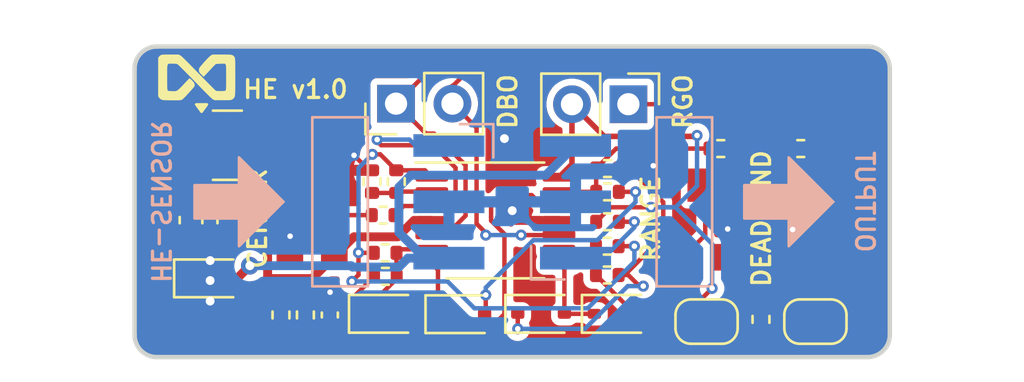
<source format=kicad_pcb>
(kicad_pcb (version 20241229) (generator "pcbnew") (generator_version "9.0")
  (layers (0 "F.Cu" signal) (2 "B.Cu" signal) (13 "F.Paste" user) (15 "B.Paste" user) (5 "F.SilkS" user "F.Silkscreen") (7 "B.SilkS" user "B.Silkscreen") (1 "F.Mask" user) (3 "B.Mask" user) (25 "Edge.Cuts" user))
  (net 0 "")
  (net 1 "Net-(D1-K)")
  (net 2 "GND")
  (net 3 "5v")
  (net 4 "/VREF")
  (net 5 "V+")
  (net 6 "OUT")
  (net 7 "Net-(D2-K)")
  (net 8 "/PR")
  (net 9 "Net-(D3-K)")
  (net 10 "/NR")
  (net 11 "Net-(D4-A)")
  (net 12 "Net-(D5-A)")
  (net 13 "HE_SENSOR")
  (net 14 "/DHI")
  (net 15 "/DLO")
  (net 16 "/RO1")
  (net 17 "/RO2")
  (net 18 "Net-(U3A--)")
  (net 19 "/PRE")
  (net 20 "Net-(R6-Pad1)")
  (net 21 "Net-(U3D--)")
  (net 22 "Net-(JP1-B)")
  (net 23 "Net-(JP2-B)")
  (footprint "Resistor_SMD:R_0402_1005Metric" (layer "F.Cu") (at 142.69 151.1 -90)
    (property "Reference" "R16" (hide yes))
    (property "Value" "10K")
    (pad "1" smd roundrect (at -0.51 0 270) (size 0.54 0.64) (layers "F.Cu" "F.Mask" "F.Paste") (net 2 "GND"))
    (pad "2" smd roundrect (at 0.51 0 270) (size 0.54 0.64) (layers "F.Cu" "F.Mask" "F.Paste") (net 4 "/VREF"))
  )
  (footprint "Jumper:SolderJumper-2_P1.3mm_Bridged_RoundedPad1.0x1.5mm" (layer "F.Cu") (at 165.65 151.4)
    (property "Reference" "JP1" (hide yes))
    (property "Value" "SolderJumper_2_Bridged")
    (fp_poly (pts (xy 0.25 -0.3) (xy -0.25 -0.3) (xy -0.25 0.3) (xy 0.25 0.3)) (fill yes) (layer "F.Cu"))
    (pad "1" smd custom (at -0.65 0) (size 1 0.5) (layers "F.Cu" "F.Mask") (net 15 "/DLO") (options (clearance outline) (anchor rect)) (primitives (gr_circle (center 0 0.25) (end 0.5 0.25) (width 0) (fill yes)) (gr_circle (center 0 -0.25) (end 0.5 -0.25) (width 0) (fill yes)) (gr_poly (pts (xy 0.5 0.75) (xy 0 0.75) (xy 0 -0.75) (xy 0.5 -0.75)) (width 0) (fill yes))))
    (pad "2" smd custom (at 0.65 0) (size 1 0.5) (layers "F.Cu" "F.Mask") (net 22 "Net-(JP1-B)") (options (clearance outline) (anchor rect)) (primitives (gr_circle (center 0 0.25) (end 0.5 0.25) (width 0) (fill yes)) (gr_circle (center 0 -0.25) (end 0.5 -0.25) (width 0) (fill yes)) (gr_poly (pts (xy 0 0.75) (xy -0.5 0.75) (xy -0.5 -0.75) (xy 0 -0.75)) (width 0) (fill yes))))
  )
  (footprint "Resistor_SMD:R_0402_1005Metric" (layer "F.Cu") (at 156.29 144.5 180)
    (property "Reference" "R13" (hide yes))
    (property "Value" "10K")
    (pad "1" smd roundrect (at -0.51 0 180) (size 0.54 0.64) (layers "F.Cu" "F.Mask" "F.Paste") (net 10 "/NR"))
    (pad "2" smd roundrect (at 0.51 0 180) (size 0.54 0.64) (layers "F.Cu" "F.Mask" "F.Paste") (net 21 "Net-(U3D--)"))
  )
  (footprint "Resistor_SMD:R_0402_1005Metric" (layer "F.Cu") (at 156.28 149.3)
    (property "Reference" "R11" (hide yes))
    (property "Value" "10K")
    (pad "1" smd roundrect (at -0.51 0) (size 0.54 0.64) (layers "F.Cu" "F.Mask" "F.Paste") (net 12 "Net-(D5-A)"))
    (pad "2" smd roundrect (at 0.51 0) (size 0.54 0.64) (layers "F.Cu" "F.Mask" "F.Paste") (net 10 "/NR"))
  )
  (footprint "Capacitor_SMD:C_0402_1005Metric" (layer "F.Cu") (at 143.79 151.1 90)
    (property "Reference" "C1" (hide yes))
    (property "Value" "100nF")
    (pad "1" smd roundrect (at -0.48 0 90) (size 0.56 0.62) (layers "F.Cu" "F.Mask" "F.Paste") (net 4 "/VREF"))
    (pad "2" smd roundrect (at 0.48 0 90) (size 0.56 0.62) (layers "F.Cu" "F.Mask" "F.Paste") (net 2 "GND"))
  )
  (footprint "Resistor_SMD:R_0402_1005Metric" (layer "F.Cu") (at 163.2 151.3 90)
    (property "Reference" "R9" (hide yes))
    (property "Value" "100K")
    (pad "1" smd roundrect (at -0.51 0 90) (size 0.54 0.64) (layers "F.Cu" "F.Mask" "F.Paste") (net 2 "GND"))
    (pad "2" smd roundrect (at 0.51 0 90) (size 0.54 0.64) (layers "F.Cu" "F.Mask" "F.Paste") (net 15 "/DLO"))
  )
  (footprint "Resistor_SMD:R_0402_1005Metric" (layer "F.Cu") (at 146.19 146.6)
    (property "Reference" "R6" (hide yes))
    (property "Value" "47K")
    (pad "1" smd roundrect (at -0.51 0) (size 0.54 0.64) (layers "F.Cu" "F.Mask" "F.Paste") (net 20 "Net-(R6-Pad1)"))
    (pad "2" smd roundrect (at 0.51 0) (size 0.54 0.64) (layers "F.Cu" "F.Mask" "F.Paste") (net 13 "HE_SENSOR"))
  )
  (footprint "Diode_SMD:D_SOD-323" (layer "F.Cu") (at 156.75 151.05)
    (property "Reference" "D5" (hide yes))
    (property "Value" "1N4148WS")
    (pad "1" smd roundrect (at -1.05 0) (size 0.6 0.45) (layers "F.Cu" "F.Mask" "F.Paste") (net 11 "Net-(D4-A)"))
    (pad "2" smd roundrect (at 1.05 0) (size 0.6 0.45) (layers "F.Cu" "F.Mask" "F.Paste") (net 12 "Net-(D5-A)"))
  )
  (footprint "Resistor_SMD:R_0402_1005Metric" (layer "F.Cu") (at 164.99 143.6 180)
    (property "Reference" "R8" (hide yes))
    (property "Value" "100K")
    (pad "1" smd roundrect (at -0.51 0 180) (size 0.54 0.64) (layers "F.Cu" "F.Mask" "F.Paste") (net 14 "/DHI"))
    (pad "2" smd roundrect (at 0.51 0 180) (size 0.54 0.64) (layers "F.Cu" "F.Mask" "F.Paste") (net 3 "5v"))
  )
  (footprint "cycfi_library:TC33X-2" (layer "F.Cu") (at 142.99 146.66)
    (property "Reference" "RV1" (hide yes))
    (property "Value" "10K")
    (pad "1" smd rect (at -1 1.8) (size 1.2 1.2) (layers "F.Cu" "F.Mask" "F.Paste") (net 2 "GND"))
    (pad "2" smd rect (at 0 -1.45) (size 1.6 1.5) (layers "F.Cu" "F.Mask" "F.Paste") (net 20 "Net-(R6-Pad1)"))
    (pad "3" smd rect (at 1 1.8) (size 1.2 1.2) (layers "F.Cu" "F.Mask" "F.Paste") (net 3 "5v"))
  )
  (footprint "cycfi_library:TC33X-2" (layer "F.Cu") (at 160.69 146.7)
    (property "Reference" "RV2" (hide yes))
    (property "Value" "100K")
    (pad "1" smd rect (at -1 1.8) (size 1.2 1.2) (layers "F.Cu" "F.Mask" "F.Paste") (net 16 "/RO1"))
    (pad "2" smd rect (at 0 -1.45) (size 1.6 1.5) (layers "F.Cu" "F.Mask" "F.Paste") (net 16 "/RO1"))
    (pad "3" smd rect (at 1 1.8) (size 1.2 1.2) (layers "F.Cu" "F.Mask" "F.Paste") (net 23 "Net-(JP2-B)"))
  )
  (footprint "Capacitor_SMD:C_0603_1608Metric" (layer "F.Cu") (at 137.54 146.825 -90)
    (property "Reference" "C3" (hide yes))
    (property "Value" "10uF")
    (pad "1" smd roundrect (at -0.775 0 270) (size 0.9 0.95) (layers "F.Cu" "F.Mask" "F.Paste") (net 7 "Net-(D2-K)"))
    (pad "2" smd roundrect (at 0.775 0 270) (size 0.9 0.95) (layers "F.Cu" "F.Mask" "F.Paste") (net 2 "GND"))
  )
  (footprint "Capacitor_SMD:C_0603_1608Metric" (layer "F.Cu") (at 139.24 146.825 -90)
    (property "Reference" "C4" (hide yes))
    (property "Value" "10uF")
    (pad "1" smd roundrect (at -0.775 0 270) (size 0.9 0.95) (layers "F.Cu" "F.Mask" "F.Paste") (net 3 "5v"))
    (pad "2" smd roundrect (at 0.775 0 270) (size 0.9 0.95) (layers "F.Cu" "F.Mask" "F.Paste") (net 2 "GND"))
  )
  (footprint "Diode_SMD:D_SOD-323" (layer "F.Cu") (at 149.7075 151.065)
    (property "Reference" "D1" (hide yes))
    (property "Value" "1N4148WS")
    (pad "1" smd roundrect (at -1.05 0) (size 0.6 0.45) (layers "F.Cu" "F.Mask" "F.Paste") (net 1 "Net-(D1-K)"))
    (pad "2" smd roundrect (at 1.05 0) (size 0.6 0.45) (layers "F.Cu" "F.Mask" "F.Paste") (net 8 "/PR"))
  )
  (footprint "Resistor_SMD:R_0402_1005Metric" (layer "F.Cu") (at 156.29 145.55 180)
    (property "Reference" "R12" (hide yes))
    (property "Value" "10K")
    (pad "1" smd roundrect (at -0.51 0 180) (size 0.54 0.64) (layers "F.Cu" "F.Mask" "F.Paste") (net 8 "/PR"))
    (pad "2" smd roundrect (at 0.51 0 180) (size 0.54 0.64) (layers "F.Cu" "F.Mask" "F.Paste") (net 21 "Net-(U3D--)"))
  )
  (footprint "Resistor_SMD:R_0402_1005Metric" (layer "F.Cu") (at 141.59 151.1 90)
    (property "Reference" "R15" (hide yes))
    (property "Value" "10K")
    (pad "1" smd roundrect (at -0.51 0 90) (size 0.54 0.64) (layers "F.Cu" "F.Mask" "F.Paste") (net 4 "/VREF"))
    (pad "2" smd roundrect (at 0.51 0 90) (size 0.54 0.64) (layers "F.Cu" "F.Mask" "F.Paste") (net 3 "5v"))
  )
  (footprint "cycfi_library:TSSOP-14_4.4x5mm_P0.65mm" (layer "F.Cu") (at 151.2425 146.84)
    (property "Reference" "U3" (hide yes))
    (property "Value" "TLV9004IPWR")
    (pad "1" smd roundrect (at -2.8625 -1.95) (size 1.475 0.4) (layers "F.Cu" "F.Mask" "F.Paste") (net 19 "/PRE"))
    (pad "2" smd roundrect (at -2.8625 -1.3) (size 1.475 0.4) (layers "F.Cu" "F.Mask" "F.Paste") (net 18 "Net-(U3A--)"))
    (pad "3" smd roundrect (at -2.8625 -0.65) (size 1.475 0.4) (layers "F.Cu" "F.Mask" "F.Paste") (net 13 "HE_SENSOR"))
    (pad "4" smd roundrect (at -2.8625 0) (size 1.475 0.4) (layers "F.Cu" "F.Mask" "F.Paste") (net 3 "5v"))
    (pad "5" smd roundrect (at -2.8625 0.65) (size 1.475 0.4) (layers "F.Cu" "F.Mask" "F.Paste") (net 14 "/DHI"))
    (pad "6" smd roundrect (at -2.8625 1.3) (size 1.475 0.4) (layers "F.Cu" "F.Mask" "F.Paste") (net 9 "Net-(D3-K)"))
    (pad "7" smd roundrect (at -2.8625 1.95) (size 1.475 0.4) (layers "F.Cu" "F.Mask" "F.Paste") (net 1 "Net-(D1-K)"))
    (pad "8" smd roundrect (at 2.8625 1.95) (size 1.475 0.4) (layers "F.Cu" "F.Mask" "F.Paste") (net 11 "Net-(D4-A)"))
    (pad "9" smd roundrect (at 2.8625 1.3) (size 1.475 0.4) (layers "F.Cu" "F.Mask" "F.Paste") (net 12 "Net-(D5-A)"))
    (pad "10" smd roundrect (at 2.8625 0.65) (size 1.475 0.4) (layers "F.Cu" "F.Mask" "F.Paste") (net 15 "/DLO"))
    (pad "11" smd roundrect (at 2.8625 0) (size 1.475 0.4) (layers "F.Cu" "F.Mask" "F.Paste") (net 2 "GND"))
    (pad "12" smd roundrect (at 2.8625 -0.65) (size 1.475 0.4) (layers "F.Cu" "F.Mask" "F.Paste") (net 4 "/VREF"))
    (pad "13" smd roundrect (at 2.8625 -1.3) (size 1.475 0.4) (layers "F.Cu" "F.Mask" "F.Paste") (net 21 "Net-(U3D--)"))
    (pad "14" smd roundrect (at 2.8625 -1.95) (size 1.475 0.4) (layers "F.Cu" "F.Mask" "F.Paste") (net 17 "/RO2"))
  )
  (footprint "cycfi_library:infinity_logo_4mm" (layer "F.Cu") (at 137.8 140.4)
    (property "Reference" "G***" (hide yes))
    (property "Value" "LOGO" (hide yes))
  )
  (footprint "Resistor_SMD:R_0402_1005Metric" (layer "F.Cu") (at 146.78 145.09 90)
    (property "Reference" "R2" (hide yes))
    (property "Value" "10K")
    (pad "1" smd roundrect (at -0.51 0 90) (size 0.54 0.64) (layers "F.Cu" "F.Mask" "F.Paste") (net 18 "Net-(U3A--)"))
    (pad "2" smd roundrect (at 0.51 0 90) (size 0.54 0.64) (layers "F.Cu" "F.Mask" "F.Paste") (net 19 "/PRE"))
  )
  (footprint "Connector_PinHeader_2.54mm:PinHeader_1x02_P2.54mm_Vertical" (layer "F.Cu") (at 146.77 141.575 90)
    (property "Reference" "J3" (hide yes))
    (property "Value" "Conn_01x02")
    (pad "1" thru_hole rect (at 0 0 90) (size 1.7 1.7) (drill 1) (layers "*.Cu" "*.Mask") (net 14 "/DHI"))
    (pad "2" thru_hole circle (at 0 2.54 90) (size 1.7 1.7) (drill 1) (layers "*.Cu" "*.Mask") (net 15 "/DLO"))
  )
  (footprint "Package_TO_SOT_SMD:SOT-23" (layer "F.Cu") (at 139.1775 143.45)
    (property "Reference" "U2" (hide yes))
    (property "Value" "HT7550-1")
    (pad "1" smd roundrect (at -0.9375 -0.95) (size 1.475 0.6) (layers "F.Cu" "F.Mask" "F.Paste") (net 2 "GND"))
    (pad "2" smd roundrect (at -0.9375 0.95) (size 1.475 0.6) (layers "F.Cu" "F.Mask" "F.Paste") (net 7 "Net-(D2-K)"))
    (pad "3" smd roundrect (at 0.9375 0) (size 1.475 0.6) (layers "F.Cu" "F.Mask" "F.Paste") (net 3 "5v"))
  )
  (footprint "Diode_SMD:D_SOD-323" (layer "F.Cu") (at 146.2625 151.05)
    (property "Reference" "D3" (hide yes))
    (property "Value" "1N4148WS")
    (pad "1" smd roundrect (at -1.05 0) (size 0.6 0.45) (layers "F.Cu" "F.Mask" "F.Paste") (net 9 "Net-(D3-K)"))
    (pad "2" smd roundrect (at 1.05 0) (size 0.6 0.45) (layers "F.Cu" "F.Mask" "F.Paste") (net 1 "Net-(D1-K)"))
  )
  (footprint "Jumper:SolderJumper-2_P1.3mm_Bridged_RoundedPad1.0x1.5mm" (layer "F.Cu") (at 160.75 151.4)
    (property "Reference" "JP2" (hide yes))
    (property "Value" "SolderJumper_2_Bridged")
    (fp_poly (pts (xy 0.25 -0.3) (xy -0.25 -0.3) (xy -0.25 0.3) (xy 0.25 0.3)) (fill yes) (layer "F.Cu"))
    (pad "1" smd custom (at -0.65 0) (size 1 0.5) (layers "F.Cu" "F.Mask") (net 17 "/RO2") (options (clearance outline) (anchor rect)) (primitives (gr_circle (center 0 0.25) (end 0.5 0.25) (width 0) (fill yes)) (gr_circle (center 0 -0.25) (end 0.5 -0.25) (width 0) (fill yes)) (gr_poly (pts (xy 0.5 0.75) (xy 0 0.75) (xy 0 -0.75) (xy 0.5 -0.75)) (width 0) (fill yes))))
    (pad "2" smd custom (at 0.65 0) (size 1 0.5) (layers "F.Cu" "F.Mask") (net 23 "Net-(JP2-B)") (options (clearance outline) (anchor rect)) (primitives (gr_circle (center 0 0.25) (end 0.5 0.25) (width 0) (fill yes)) (gr_circle (center 0 -0.25) (end 0.5 -0.25) (width 0) (fill yes)) (gr_poly (pts (xy 0 0.75) (xy -0.5 0.75) (xy -0.5 -0.75) (xy 0 -0.75)) (width 0) (fill yes))))
  )
  (footprint "Resistor_SMD:R_0402_1005Metric" (layer "F.Cu") (at 145.69 145.09 -90)
    (property "Reference" "R1" (hide yes))
    (property "Value" "10K")
    (pad "1" smd roundrect (at -0.51 0 270) (size 0.54 0.64) (layers "F.Cu" "F.Mask" "F.Paste") (net 2 "GND"))
    (pad "2" smd roundrect (at 0.51 0 270) (size 0.54 0.64) (layers "F.Cu" "F.Mask" "F.Paste") (net 18 "Net-(U3A--)"))
  )
  (footprint "Resistor_SMD:R_0402_1005Metric" (layer "F.Cu") (at 156.28 148 180)
    (property "Reference" "R5" (hide yes))
    (property "Value" "10K")
    (pad "1" smd roundrect (at -0.51 0 180) (size 0.54 0.64) (layers "F.Cu" "F.Mask" "F.Paste") (net 19 "/PRE"))
    (pad "2" smd roundrect (at 0.51 0 180) (size 0.54 0.64) (layers "F.Cu" "F.Mask" "F.Paste") (net 12 "Net-(D5-A)"))
  )
  (footprint "Resistor_SMD:R_0402_1005Metric" (layer "F.Cu") (at 146.28 148.3)
    (property "Reference" "R3" (hide yes))
    (property "Value" "10K")
    (pad "1" smd roundrect (at -0.51 0) (size 0.54 0.64) (layers "F.Cu" "F.Mask" "F.Paste") (net 19 "/PRE"))
    (pad "2" smd roundrect (at 0.51 0) (size 0.54 0.64) (layers "F.Cu" "F.Mask" "F.Paste") (net 9 "Net-(D3-K)"))
  )
  (footprint "Resistor_SMD:R_0402_1005Metric" (layer "F.Cu") (at 161.39 143.6)
    (property "Reference" "R14" (hide yes))
    (property "Value" "10K")
    (pad "1" smd roundrect (at -0.51 0) (size 0.54 0.64) (layers "F.Cu" "F.Mask" "F.Paste") (net 21 "Net-(U3D--)"))
    (pad "2" smd roundrect (at 0.51 0) (size 0.54 0.64) (layers "F.Cu" "F.Mask" "F.Paste") (net 16 "/RO1"))
  )
  (footprint "Diode_SMD:D_SOD-323" (layer "F.Cu") (at 138.39 149.45)
    (property "Reference" "D2" (hide yes))
    (property "Value" "1N4148WS")
    (pad "1" smd roundrect (at -1.05 0) (size 0.6 0.45) (layers "F.Cu" "F.Mask" "F.Paste") (net 7 "Net-(D2-K)"))
    (pad "2" smd roundrect (at 1.05 0) (size 0.6 0.45) (layers "F.Cu" "F.Mask" "F.Paste") (net 5 "V+"))
  )
  (footprint "Diode_SMD:D_SOD-323" (layer "F.Cu") (at 153.3 151.05)
    (property "Reference" "D4" (hide yes))
    (property "Value" "1N4148WS")
    (pad "1" smd roundrect (at -1.05 0) (size 0.6 0.45) (layers "F.Cu" "F.Mask" "F.Paste") (net 10 "/NR"))
    (pad "2" smd roundrect (at 1.05 0) (size 0.6 0.45) (layers "F.Cu" "F.Mask" "F.Paste") (net 11 "Net-(D4-A)"))
  )
  (footprint "cycfi_library:TC33X-2" (layer "F.Cu") (at 165.615 146.66)
    (property "Reference" "RV3" (hide yes))
    (property "Value" "10K")
    (pad "1" smd rect (at -1 1.8) (size 1.2 1.2) (layers "F.Cu" "F.Mask" "F.Paste") (net 22 "Net-(JP1-B)"))
    (pad "2" smd rect (at 0 -1.45) (size 1.6 1.5) (layers "F.Cu" "F.Mask" "F.Paste") (net 14 "/DHI"))
    (pad "3" smd rect (at 1 1.8) (size 1.2 1.2) (layers "F.Cu" "F.Mask" "F.Paste") (net 14 "/DHI"))
  )
  (footprint "Resistor_SMD:R_0402_1005Metric" (layer "F.Cu") (at 156.29 146.9)
    (property "Reference" "R7" (hide yes))
    (property "Value" "1K")
    (pad "1" smd roundrect (at -0.51 0) (size 0.54 0.64) (layers "F.Cu" "F.Mask" "F.Paste") (net 17 "/RO2"))
    (pad "2" smd roundrect (at 0.51 0) (size 0.54 0.64) (layers "F.Cu" "F.Mask" "F.Paste") (net 6 "OUT"))
  )
  (footprint "Resistor_SMD:R_0402_1005Metric" (layer "F.Cu") (at 146.29 149.36 180)
    (property "Reference" "R10" (hide yes))
    (property "Value" "10K")
    (pad "1" smd roundrect (at -0.51 0 180) (size 0.54 0.64) (layers "F.Cu" "F.Mask" "F.Paste") (net 9 "Net-(D3-K)"))
    (pad "2" smd roundrect (at 0.51 0 180) (size 0.54 0.64) (layers "F.Cu" "F.Mask" "F.Paste") (net 8 "/PR"))
  )
  (footprint "Connector_PinHeader_2.54mm:PinHeader_1x02_P2.54mm_Vertical" (layer "F.Cu") (at 157.23 141.6 -90)
    (property "Reference" "J4" (hide yes))
    (property "Value" "Conn_01x02")
    (pad "1" thru_hole rect (at 0 0 270) (size 1.7 1.7) (drill 1) (layers "*.Cu" "*.Mask") (net 16 "/RO1"))
    (pad "2" thru_hole circle (at 0 2.54 270) (size 1.7 1.7) (drill 1) (layers "*.Cu" "*.Mask") (net 17 "/RO2"))
  )
  (footprint "cycfi_library:pin_header_1x3p_2.54mm_smd_horizontal" (layer "B.Cu") (at 149.15 146 180)
    (property "Reference" "J1" (hide yes))
    (property "Value" "Conn_01x03" (hide yes))
    (pad "1" smd rect (at 0 2.54 180) (size 3.2 1.02) (layers "B.Cu" "B.Mask" "B.Paste") (net 13 "HE_SENSOR"))
    (pad "2" smd rect (at 0 0 180) (size 3.2 1.02) (layers "B.Cu" "B.Mask" "B.Paste") (net 2 "GND"))
    (pad "3" smd rect (at 0 -2.54 180) (size 3.2 1.02) (layers "B.Cu" "B.Mask" "B.Paste") (net 5 "V+"))
  )
  (footprint "cycfi_library:pin_header_1x3p_2.54mm_smd_horizontal" (layer "B.Cu") (at 154.85 146)
    (property "Reference" "J2" (hide yes))
    (property "Value" "Conn_01x03" (hide yes))
    (pad "1" smd rect (at 0 2.54) (size 3.2 1.02) (layers "B.Cu" "B.Mask" "B.Paste") (net 6 "OUT"))
    (pad "2" smd rect (at 0 0) (size 3.2 1.02) (layers "B.Cu" "B.Mask" "B.Paste") (net 2 "GND"))
    (pad "3" smd rect (at 0 -2.54) (size 3.2 1.02) (layers "B.Cu" "B.Mask" "B.Paste") (net 5 "V+"))
  )
  (gr_poly (pts (xy 141.7 146) (xy 139.7 148) (xy 139.7 146.75) (xy 137.7 146.75) (xy 137.7 145.25) (xy 139.7 145.25) (xy 139.7 144)) (stroke (width 0.12)) (fill yes) (layer "B.SilkS"))
  (gr_poly (pts (xy 166.45 146) (xy 164.45 148) (xy 164.45 146.75) (xy 162.45 146.75) (xy 162.45 145.25) (xy 164.45 145.25) (xy 164.45 144)) (stroke (width 0.12)) (fill yes) (layer "B.SilkS"))
  (gr_line (start 168 153) (end 136 153) (stroke (width 0.2)) (layer "Edge.Cuts"))
  (gr_arc (start 168 139) (mid 168.707107 139.292893) (end 169 140) (stroke (width 0.2)) (layer "Edge.Cuts"))
  (gr_arc (start 136 153) (mid 135.292893 152.707107) (end 135 152) (stroke (width 0.2)) (layer "Edge.Cuts"))
  (gr_line (start 135 152) (end 135 140) (stroke (width 0.2)) (layer "Edge.Cuts"))
  (gr_arc (start 169 152) (mid 168.707107 152.707107) (end 168 153) (stroke (width 0.2)) (layer "Edge.Cuts"))
  (gr_line (start 169 140) (end 169 152) (stroke (width 0.2)) (layer "Edge.Cuts"))
  (gr_arc (start 135 140) (mid 135.292893 139.292893) (end 136 139) (stroke (width 0.2)) (layer "Edge.Cuts"))
  (gr_line (start 136 139) (end 168 139) (stroke (width 0.2)) (layer "Edge.Cuts"))
  (gr_text "RANGE" (at 158.7 148.77619 90) (layer "F.SilkS") (effects (font (size 0.8 0.8)) (justify left bottom)))
  (gr_text "DBO" (at 152.27 142.8 90) (layer "F.SilkS") (effects (font (size 0.8 0.8)) (justify left bottom)))
  (gr_text "HE v1.0" (at 139.8 141.4 0) (layer "F.SilkS") (effects (font (size 0.8 0.8) (thickness 0.15) (bold yes)) (justify left bottom)))
  (gr_text "RGO" (at 160.155 142.8 90) (layer "F.SilkS") (effects (font (size 0.8 0.8)) (justify left bottom)))
  (gr_text "DEADBAND" (at 163.69 149.919047 90) (layer "F.SilkS") (effects (font (size 0.8 0.8)) (justify left bottom)))
  (gr_text "CENTER" (at 141 149.1 90) (layer "F.SilkS") (effects (font (size 0.8 0.8)) (justify left bottom)))
  (gr_text "OUTPUT" (at 167.4 146 270) (layer "B.SilkS") (effects (font (size 0.8 0.8)) (justify bottom mirror)))
  (gr_text "HE-SENSOR" (at 135.7 146 270) (layer "B.SilkS") (effects (font (size 0.8 0.8)) (justify bottom mirror)))
  (segment (start 148.38 148.79) (end 148.6575 149.0675) (width 0.2) (layer "F.Cu") (net 1))
  (segment (start 148.6575 149.0675) (end 148.6575 151.065) (width 0.2) (layer "F.Cu") (net 1))
  (segment (start 147.3275 151.065) (end 147.3125 151.05) (width 0.2) (layer "F.Cu") (net 1))
  (segment (start 148.6575 151.065) (end 147.3275 151.065) (width 0.2) (layer "F.Cu") (net 1))
  (segment (start 143.79 150.085) (end 143.8 150.075) (width 0.2) (layer "F.Cu") (net 2))
  (segment (start 152 146.399) (end 152 146.65) (width 0.4) (layer "F.Cu") (net 2))
  (segment (start 145.69 144.58) (end 145.555 144.58) (width 0.2) (layer "F.Cu") (net 2))
  (segment (start 152.19 146.84) (end 154.105 146.84) (width 0.4) (layer "F.Cu") (net 2))
  (segment (start 141.99 148.46) (end 141.99 147.56) (width 0.2) (layer "F.Cu") (net 2))
  (segment (start 152 146.65) (end 152.19 146.84) (width 0.4) (layer "F.Cu") (net 2))
  (segment (start 143.76 150.59) (end 143.79 150.62) (width 0.2) (layer "F.Cu") (net 2))
  (segment (start 141.99 147.56) (end 142 147.55) (width 0.2) (layer "F.Cu") (net 2))
  (segment (start 145.555 144.58) (end 144.878591 143.903591) (width 0.2) (layer "F.Cu") (net 2))
  (segment (start 143.79 150.62) (end 143.79 150.085) (width 0.2) (layer "F.Cu") (net 2))
  (segment (start 142.69 150.59) (end 143.76 150.59) (width 0.2) (layer "F.Cu") (net 2))
  (via (at 161.7 147.225) (size 0.5) (drill 0.25) (layers "F.Cu" "B.Cu") (net 2))
  (via (at 164.625 147.25) (size 0.5) (drill 0.25) (layers "F.Cu" "B.Cu") (net 2))
  (via (at 151.65 143.15) (size 0.8) (drill 0.4) (layers "F.Cu" "B.Cu") (net 2))
  (via (at 138.4 149.55) (size 0.8) (drill 0.4) (layers "F.Cu" "B.Cu") (net 2))
  (via (at 152 146.399) (size 0.8) (drill 0.4) (layers "F.Cu" "B.Cu") (net 2))
  (via (at 158.35 144.375) (size 0.5) (drill 0.25) (layers "F.Cu" "B.Cu") (net 2))
  (via (at 143.8 150.075) (size 0.5) (drill 0.25) (layers "F.Cu" "B.Cu") (net 2))
  (via (at 138.4 148.65) (size 0.8) (drill 0.4) (layers "F.Cu" "B.Cu") (net 2))
  (via (at 142 147.55) (size 0.5) (drill 0.25) (layers "F.Cu" "B.Cu") (net 2))
  (via (at 138.4 150.475) (size 0.8) (drill 0.4) (layers "F.Cu" "B.Cu") (net 2))
  (via (at 144.878591 143.903591) (size 0.5) (drill 0.25) (layers "F.Cu" "B.Cu") (net 2))
  (segment (start 154.85 146) (end 149.15 146) (width 0.5) (layer "B.Cu") (net 2))
  (segment (start 144.165 139.4) (end 161.3 139.4) (width 0.2) (layer "F.Cu") (net 3))
  (segment (start 139.24 146.05) (end 140.115 145.175) (width 0.4) (layer "F.Cu") (net 3))
  (segment (start 140.989 149.4) (end 140.989 149.989) (width 0.4) (layer "F.Cu") (net 3))
  (segment (start 164.5 142.6) (end 164.5 143.58) (width 0.2) (layer "F.Cu") (net 3))
  (segment (start 140.115 143.45) (end 144.165 139.4) (width 0.2) (layer "F.Cu") (net 3))
  (segment (start 147.581208 146.84) (end 148.38 146.84) (width 0.4) (layer "F.Cu") (net 3))
  (segment (start 140.989 147.799) (end 140.989 149.4) (width 0.4) (layer "F.Cu") (net 3))
  (segment (start 164.5 143.58) (end 164.48 143.6) (width 0.2) (layer "F.Cu") (net 3))
  (segment (start 146.842208 147.579) (end 147.581208 146.84) (width 0.4) (layer "F.Cu") (net 3))
  (segment (start 140.115 145.175) (end 140.115 143.45) (width 0.4) (layer "F.Cu") (net 3))
  (segment (start 141.05 149.461) (end 140.989 149.4) (width 0.4) (layer "F.Cu") (net 3))
  (segment (start 142.989 149.461) (end 141.05 149.461) (width 0.4) (layer "F.Cu") (net 3))
  (segment (start 140.989 149.989) (end 141.59 150.59) (width 0.4) (layer "F.Cu") (net 3))
  (segment (start 144.871 147.579) (end 146.842208 147.579) (width 0.4) (layer "F.Cu") (net 3))
  (segment (start 161.3 139.4) (end 164.5 142.6) (width 0.2) (layer "F.Cu") (net 3))
  (segment (start 143.99 148.46) (end 144.871 147.579) (width 0.4) (layer "F.Cu") (net 3))
  (segment (start 139.24 146.05) (end 140.989 147.799) (width 0.4) (layer "F.Cu") (net 3))
  (segment (start 143.99 148.46) (end 142.989 149.461) (width 0.4) (layer "F.Cu") (net 3))
  (segment (start 151.05 146.85) (end 151.05 146.691364) (width 0.2) (layer "F.Cu") (net 4))
  (segment (start 151.459636 145.699) (end 152.876501 145.699) (width 0.2) (layer "F.Cu") (net 4))
  (segment (start 151.05 146.691364) (end 151.049 146.690364) (width 0.2) (layer "F.Cu") (net 4))
  (segment (start 143.79 151.58) (end 144.202 151.992) (width 0.2) (layer "F.Cu") (net 4))
  (segment (start 151.65 147.45) (end 151.05 146.85) (width 0.2) (layer "F.Cu") (net 4))
  (segment (start 141.59 151.61) (end 142.69 151.61) (width 0.2) (layer "F.Cu") (net 4))
  (segment (start 151.65 151.060394) (end 151.65 147.45) (width 0.2) (layer "F.Cu") (net 4))
  (segment (start 153.367501 146.19) (end 154.105 146.19) (width 0.2) (layer "F.Cu") (net 4))
  (segment (start 151.049 146.690364) (end 151.049 146.109636) (width 0.2) (layer "F.Cu") (net 4))
  (segment (start 150.718394 151.992) (end 151.65 151.060394) (width 0.2) (layer "F.Cu") (net 4))
  (segment (start 152.876501 145.699) (end 153.367501 146.19) (width 0.2) (layer "F.Cu") (net 4))
  (segment (start 143.76 151.61) (end 143.79 151.58) (width 0.2) (layer "F.Cu") (net 4))
  (segment (start 142.69 151.61) (end 143.76 151.61) (width 0.2) (layer "F.Cu") (net 4))
  (segment (start 151.049 146.109636) (end 151.459636 145.699) (width 0.2) (layer "F.Cu") (net 4))
  (segment (start 144.202 151.992) (end 150.718394 151.992) (width 0.2) (layer "F.Cu") (net 4))
  (segment (start 140.189 148.88067) (end 139.61967 149.45) (width 0.4) (layer "F.Cu") (net 5))
  (segment (start 139.61967 149.45) (end 139.44 149.45) (width 0.4) (layer "F.Cu") (net 5))
  (via (at 140.189 148.88067) (size 0.8) (drill 0.4) (layers "F.Cu" "B.Cu") (net 5))
  (segment (start 153.51 144.8) (end 147.438 144.8) (width 0.4) (layer "B.Cu") (net 5))
  (segment (start 147.300619 148.54) (end 146.9 148.940619) (width 0.4) (layer "B.Cu") (net 5))
  (segment (start 144.750018 148.88067) (end 140.189 148.88067) (width 0.4) (layer "B.Cu") (net 5))
  (segment (start 146.9 147.38) (end 148.06 148.54) (width 0.4) (layer "B.Cu") (net 5))
  (segment (start 149.15 148.54) (end 147.300619 148.54) (width 0.4) (layer "B.Cu") (net 5))
  (segment (start 147.438 144.8) (end 146.9 145.338) (width 0.4) (layer "B.Cu") (net 5))
  (segment (start 148.06 148.54) (end 149.15 148.54) (width 0.4) (layer "B.Cu") (net 5))
  (segment (start 144.809967 148.940619) (end 144.750018 148.88067) (width 0.4) (layer "B.Cu") (net 5))
  (segment (start 154.85 143.46) (end 153.51 144.8) (width 0.4) (layer "B.Cu") (net 5))
  (segment (start 146.9 145.338) (end 146.9 147.38) (width 0.4) (layer "B.Cu") (net 5))
  (segment (start 146.9 148.940619) (end 144.809967 148.940619) (width 0.4) (layer "B.Cu") (net 5))
  (segment (start 156.8 146.9) (end 157.5 146.9) (width 0.2) (layer "F.Cu") (net 6))
  (via (at 157.5 146.9) (size 0.5) (drill 0.25) (layers "F.Cu" "B.Cu") (net 6))
  (segment (start 157.5 147.15) (end 155.71 148.94) (width 0.2) (layer "B.Cu") (net 6))
  (segment (start 157.5 146.9) (end 157.5 147.15) (width 0.2) (layer "B.Cu") (net 6))
  (segment (start 155.71 148.94) (end 153.74 148.94) (width 0.2) (layer "B.Cu") (net 6))
  (segment (start 136.664 148.774) (end 136.664 146.926) (width 0.4) (layer "F.Cu") (net 7))
  (segment (start 137.54 146.05) (end 137.54 145.1) (width 0.4) (layer "F.Cu") (net 7))
  (segment (start 137.34 149.45) (end 136.664 148.774) (width 0.4) (layer "F.Cu") (net 7))
  (segment (start 136.664 146.926) (end 137.54 146.05) (width 0.4) (layer "F.Cu") (net 7))
  (segment (start 137.54 145.1) (end 138.24 144.4) (width 0.4) (layer "F.Cu") (net 7))
  (segment (start 150.8085 150.2) (end 150.8085 151.014) (width 0.2) (layer "F.Cu") (net 8))
  (segment (start 150.2315 151.591) (end 144.965 151.591) (width 0.2) (layer "F.Cu") (net 8))
  (segment (start 144.965 151.591) (end 144.95 151.576) (width 0.2) (layer "F.Cu") (net 8))
  (segment (start 144.55 150.6) (end 145.78 149.37) (width 0.2) (layer "F.Cu") (net 8))
  (segment (start 150.8085 151.014) (end 150.7575 151.065) (width 0.2) (layer "F.Cu") (net 8))
  (segment (start 156.8 145.55) (end 157.55 145.55) (width 0.2) (layer "F.Cu") (net 8))
  (segment (start 144.55 151.275394) (end 144.55 150.6) (width 0.2) (layer "F.Cu") (net 8))
  (segment (start 144.95 151.576) (end 144.850606 151.576) (width 0.2) (layer "F.Cu") (net 8))
  (segment (start 145.78 149.37) (end 145.78 149.36) (width 0.2) (layer "F.Cu") (net 8))
  (segment (start 144.850606 151.576) (end 144.55 151.275394) (width 0.2) (layer "F.Cu") (net 8))
  (segment (start 150.7575 151.065) (end 150.2315 151.591) (width 0.2) (layer "F.Cu") (net 8))
  (via (at 157.55 145.55) (size 0.5) (drill 0.25) (layers "F.Cu" "B.Cu") (net 8))
  (via (at 150.8085 150.2) (size 0.5) (drill 0.25) (layers "F.Cu" "B.Cu") (net 8))
  (segment (start 150.8085 149.870732) (end 150.8085 150.2) (width 0.2) (layer "B.Cu") (net 8))
  (segment (start 155.833768 147.728232) (end 152.951 147.728232) (width 0.2) (layer "B.Cu") (net 8))
  (segment (start 157.55 145.55) (end 157.55 146.012) (width 0.2) (layer "B.Cu") (net 8))
  (segment (start 157.55 146.012) (end 155.833768 147.728232) (width 0.2) (layer "B.Cu") (net 8))
  (segment (start 152.951 147.728232) (end 150.8085 149.870732) (width 0.2) (layer "B.Cu") (net 8))
  (segment (start 146.8 149.4625) (end 145.2125 151.05) (width 0.2) (layer "F.Cu") (net 9))
  (segment (start 146.79 148.3) (end 146.79 149.35) (width 0.2) (layer "F.Cu") (net 9))
  (segment (start 146.95 148.14) (end 146.79 148.3) (width 0.2) (layer "F.Cu") (net 9))
  (segment (start 146.8 149.36) (end 146.8 149.4625) (width 0.2) (layer "F.Cu") (net 9))
  (segment (start 148.38 148.14) (end 146.95 148.14) (width 0.2) (layer "F.Cu") (net 9))
  (segment (start 146.79 149.35) (end 146.8 149.36) (width 0.2) (layer "F.Cu") (net 9))
  (segment (start 157.225 149.3) (end 156.79 149.3) (width 0.2) (layer "F.Cu") (net 10))
  (segment (start 158.801 147.558999) (end 158.801 146.018424) (width 0.2) (layer "F.Cu") (net 10))
  (segment (start 157.725 149.8) (end 157.225 149.3) (width 0.2) (layer "F.Cu") (net 10))
  (segment (start 157.282576 144.5) (end 156.8 144.5) (width 0.2) (layer "F.Cu") (net 10))
  (segment (start 157.9 149.8) (end 157.725 149.8) (width 0.2) (layer "F.Cu") (net 10))
  (segment (start 152.25 151.05) (end 152.25 151.725) (width 0.2) (layer "F.Cu") (net 10))
  (segment (start 156.79 149.3) (end 157.059999 149.3) (width 0.2) (layer "F.Cu") (net 10))
  (segment (start 158.801 146.018424) (end 157.282576 144.5) (width 0.2) (layer "F.Cu") (net 10))
  (segment (start 157.059999 149.3) (end 158.801 147.558999) (width 0.2) (layer "F.Cu") (net 10))
  (via (at 157.9 149.8) (size 0.5) (drill 0.25) (layers "F.Cu" "B.Cu") (net 10))
  (via (at 152.25 151.725) (size 0.5) (drill 0.25) (layers "F.Cu" "B.Cu") (net 10))
  (segment (start 157.9 149.8) (end 157.2 149.8) (width 0.2) (layer "B.Cu") (net 10))
  (segment (start 155.275 151.725) (end 152.25 151.725) (width 0.2) (layer "B.Cu") (net 10))
  (segment (start 157.2 149.8) (end 155.275 151.725) (width 0.2) (layer "B.Cu") (net 10))
  (segment (start 155.7 151.05) (end 154.35 151.05) (width 0.2) (layer "F.Cu") (net 11))
  (segment (start 154.35 151.05) (end 154.35 149.035) (width 0.2) (layer "F.Cu") (net 11))
  (segment (start 154.35 149.035) (end 154.105 148.79) (width 0.2) (layer "F.Cu") (net 11))
  (segment (start 157.52 151.05) (end 157.8 151.05) (width 0.2) (layer "F.Cu") (net 12))
  (segment (start 154.105 148.14) (end 155.63 148.14) (width 0.2) (layer "F.Cu") (net 12))
  (segment (start 155.77 148.65) (end 155.77 148) (width 0.2) (layer "F.Cu") (net 12))
  (segment (start 155.77 149.3) (end 157.52 151.05) (width 0.2) (layer "F.Cu") (net 12))
  (segment (start 155.63 148.14) (end 155.77 148) (width 0.2) (layer "F.Cu") (net 12))
  (segment (start 155.77 149.3) (end 155.77 148.65) (width 0.2) (layer "F.Cu") (net 12))
  (segment (start 148.38 146.19) (end 149.03737 146.19) (width 0.2) (layer "F.Cu") (net 13))
  (segment (start 149.03737 146.19) (end 149.45 145.77737) (width 0.2) (layer "F.Cu") (net 13))
  (segment (start 149.45 145.77737) (end 149.45 144.4671) (width 0.2) (layer "F.Cu") (net 13))
  (segment (start 145.9 143.25) (end 145.918086 143.231914) (width 0.2) (layer "F.Cu") (net 13))
  (segment (start 146.1 143.45) (end 145.9 143.25) (width 0.2) (layer "F.Cu") (net 13))
  (segment (start 145.918086 143.231914) (end 145.918086 143.194837) (width 0.2) (layer "F.Cu") (net 13))
  (segment (start 148.38 146.19) (end 147.11 146.19) (width 0.2) (layer "F.Cu") (net 13))
  (segment (start 148.4329 143.45) (end 146.1 143.45) (width 0.2) (layer "F.Cu") (net 13))
  (segment (start 147.11 146.19) (end 146.7 146.6) (width 0.2) (layer "F.Cu") (net 13))
  (segment (start 149.45 144.4671) (end 148.4329 143.45) (width 0.2) (layer "F.Cu") (net 13))
  (via (at 145.918086 143.194837) (size 0.5) (drill 0.25) (layers "F.Cu" "B.Cu") (net 13))
  (segment (start 147.64 143.46) (end 149.15 143.46) (width 0.2) (layer "B.Cu") (net 13))
  (segment (start 147.374837 143.194837) (end 147.64 143.46) (width 0.2) (layer "B.Cu") (net 13))
  (segment (start 145.918086 143.194837) (end 147.374837 143.194837) (width 0.2) (layer "B.Cu") (net 13))
  (segment (start 149.03737 147.49) (end 148.38 147.49) (width 0.2) (layer "F.Cu") (net 14))
  (segment (start 165.615 145.21) (end 164.66 145.21) (width 0.2) (layer "F.Cu") (net 14))
  (segment (start 146.77 141.575) (end 148.519 139.826) (width 0.2) (layer "F.Cu") (net 14))
  (segment (start 163.65 142.75) (end 160.7 139.8) (width 0.2) (layer "F.Cu") (net 14))
  (segment (start 149.9 144.35) (end 149.9 146.62737) (width 0.2) (layer "F.Cu") (net 14))
  (segment (start 149.9 146.62737) (end 149.03737 147.49) (width 0.2) (layer "F.Cu") (net 14))
  (segment (start 148.519 139.826) (end 148.545 139.826) (width 0.2) (layer "F.Cu") (net 14))
  (segment (start 163.65 144.2) (end 163.65 142.75) (width 0.2) (layer "F.Cu") (net 14))
  (segment (start 166.615 148.46) (end 166.615 146.21) (width 0.2) (layer "F.Cu") (net 14))
  (segment (start 148.121 142.926) (end 146.77 141.575) (width 0.2) (layer "F.Cu") (net 14))
  (segment (start 165.5 143.6) (end 165.5 145.095) (width 0.2) (layer "F.Cu") (net 14))
  (segment (start 165.5 145.095) (end 165.615 145.21) (width 0.2) (layer "F.Cu") (net 14))
  (segment (start 160.7 139.8) (end 148.545 139.8) (width 0.2) (layer "F.Cu") (net 14))
  (segment (start 148.476 142.926) (end 149.9 144.35) (width 0.2) (layer "F.Cu") (net 14))
  (segment (start 166.615 146.21) (end 165.615 145.21) (width 0.2) (layer "F.Cu") (net 14))
  (segment (start 148.121 142.926) (end 148.476 142.926) (width 0.2) (layer "F.Cu") (net 14))
  (segment (start 164.66 145.21) (end 163.65 144.2) (width 0.2) (layer "F.Cu") (net 14))
  (segment (start 164.39 150.79) (end 165 151.4) (width 0.2) (layer "F.Cu") (net 15))
  (segment (start 150.8085 147.4) (end 150.8085 147.5) (width 0.2) (layer "F.Cu") (net 15))
  (segment (start 150.395606 143.840606) (end 150.395606 142.660606) (width 0.2) (layer "F.Cu") (net 15))
  (segment (start 160.3 140.3) (end 149.805 140.3) (width 0.2) (layer "F.Cu") (net 15))
  (segment (start 150.395606 146.987106) (end 150.8085 147.4) (width 0.2) (layer "F.Cu") (net 15))
  (segment (start 163 143) (end 160.3 140.3) (width 0.2) (layer "F.Cu") (net 15))
  (segment (start 154.095 147.5) (end 154.105 147.49) (width 0.2) (layer "F.Cu") (net 15))
  (segment (start 163 150.59) (end 163 143) (width 0.2) (layer "F.Cu") (net 15))
  (segment (start 149.31 141.575) (end 149.31 140.795) (width 0.25) (layer "F.Cu") (net 15))
  (segment (start 150.395606 143.840606) (end 150.395606 146.987106) (width 0.2) (layer "F.Cu") (net 15))
  (segment (start 149.805 140.3) (end 149.31 140.795) (width 0.2) (layer "F.Cu") (net 15))
  (segment (start 150.395606 142.660606) (end 149.31 141.575) (width 0.2) (layer "F.Cu") (net 15))
  (segment (start 152.4 147.5) (end 154.095 147.5) (width 0.2) (layer "F.Cu") (net 15))
  (segment (start 163.2 150.79) (end 164.39 150.79) (width 0.2) (layer "F.Cu") (net 15))
  (segment (start 163.2 150.79) (end 163 150.59) (width 0.2) (layer "F.Cu") (net 15))
  (via (at 150.8085 147.5) (size 0.5) (drill 0.25) (layers "F.Cu" "B.Cu") (net 15))
  (via (at 152.4 147.5) (size 0.5) (drill 0.25) (layers "F.Cu" "B.Cu") (net 15))
  (segment (start 150.8085 147.5) (end 152.4 147.5) (width 0.2) (layer "B.Cu") (net 15))
  (segment (start 161.9 144.04) (end 160.69 145.25) (width 0.2) (layer "F.Cu") (net 16))
  (segment (start 161.9 143.6) (end 159.9 141.6) (width 0.2) (layer "F.Cu") (net 16))
  (segment (start 161.9 143.6) (end 161.9 144.04) (width 0.2) (layer "F.Cu") (net 16))
  (segment (start 160.69 145.25) (end 160.69 147.5) (width 0.2) (layer "F.Cu") (net 16))
  (segment (start 160.69 147.5) (end 159.69 148.5) (width 0.2) (layer "F.Cu") (net 16))
  (segment (start 159.9 141.6) (end 157.23 141.6) (width 0.2) (layer "F.Cu") (net 16))
  (segment (start 156.433344 146.246656) (end 155.78 146.9) (width 0.2) (layer "F.Cu") (net 17))
  (segment (start 154.69 144.305) (end 154.69 141.6) (width 0.25) (layer "F.Cu") (net 17))
  (segment (start 160.321467 143.007683) (end 160.27915 143.05) (width 0.25) (layer "F.Cu") (net 17))
  (segment (start 154.105 144.89) (end 154.69 144.305) (width 0.25) (layer "F.Cu") (net 17))
  (segment (start 160.27915 143.05) (end 156.14 143.05) (width 0.25) (layer "F.Cu") (net 17))
  (segment (start 161 149.9) (end 160.1 150.8) (width 0.2) (layer "F.Cu") (net 17))
  (segment (start 156.14 143.05) (end 154.69 141.6) (width 0.25) (layer "F.Cu") (net 17))
  (segment (start 158.25 146.246656) (end 156.433344 146.246656) (width 0.2) (layer "F.Cu") (net 17))
  (segment (start 160.1 150.8) (end 160.1 151.4) (width 0.2) (layer "F.Cu") (net 17))
  (via (at 161 149.9) (size 0.5) (drill 0.25) (layers "F.Cu" "B.Cu") (net 17))
  (via (at 160.321467 143.007683) (size 0.5) (drill 0.25) (layers "F.Cu" "B.Cu") (net 17))
  (via (at 158.25 146.246656) (size 0.5) (drill 0.25) (layers "F.Cu" "B.Cu") (net 17))
  (segment (start 160.321467 143.007683) (end 160.321467 145.278533) (width 0.2) (layer "B.Cu") (net 17))
  (segment (start 160.321467 145.278533) (end 159.353344 146.246656) (width 0.2) (layer "B.Cu") (net 17))
  (segment (start 158.25 146.246656) (end 159.346656 146.246656) (width 0.2) (layer "B.Cu") (net 17))
  (segment (start 161 147.9) (end 161 149.9) (width 0.2) (layer "B.Cu") (net 17))
  (segment (start 159.353344 146.246656) (end 158.25 146.246656) (width 0.2) (layer "B.Cu") (net 17))
  (segment (start 159.346656 146.246656) (end 161 147.9) (width 0.2) (layer "B.Cu") (net 17))
  (segment (start 146.78 145.6) (end 145.69 145.6) (width 0.2) (layer "F.Cu") (net 18))
  (segment (start 146.84 145.54) (end 146.78 145.6) (width 0.2) (layer "F.Cu") (net 18))
  (segment (start 148.38 145.54) (end 146.84 145.54) (width 0.2) (layer "F.Cu") (net 18))
  (segment (start 156.79 148) (end 157.5 148) (width 0.2) (layer "F.Cu") (net 19))
  (segment (start 145.090002 148.3) (end 145.079621 148.289619) (width 0.2) (layer "F.Cu") (net 19))
  (segment (start 145.079621 149.292562) (end 145.079621 148.289619) (width 0.2) (layer "F.Cu") (net 19))
  (segment (start 148.07 144.58) (end 148.38 144.89) (width 0.2) (layer "F.Cu") (net 19))
  (segment (start 146.78 144.58) (end 148.07 144.58) (width 0.2) (layer "F.Cu") (net 19))
  (segment (start 145.77 148.3) (end 145.090002 148.3) (width 0.2) (layer "F.Cu") (net 19))
  (segment (start 146.06 143.86) (end 146.78 144.58) (width 0.2) (layer "F.Cu") (net 19))
  (segment (start 145.7 143.86) (end 146.06 143.86) (width 0.2) (layer "F.Cu") (net 19))
  (segment (start 144.782183 149.59) (end 145.079621 149.292562) (width 0.2) (layer "F.Cu") (net 19))
  (via (at 157.5 148) (size 0.5) (drill 0.25) (layers "F.Cu" "B.Cu") (net 19))
  (via (at 145.7 143.86) (size 0.5) (drill 0.25) (layers "F.Cu" "B.Cu") (net 19))
  (via (at 144.782183 149.59) (size 0.5) (drill 0.25) (layers "F.Cu" "B.Cu") (net 19))
  (via (at 145.079621 148.289619) (size 0.5) (drill 0.25) (layers "F.Cu" "B.Cu") (net 19))
  (segment (start 155.4 150.8) (end 150.3 150.8) (width 0.2) (layer "B.Cu") (net 19))
  (segment (start 145.079621 144.480379) (end 145.7 143.86) (width 0.2) (layer "B.Cu") (net 19))
  (segment (start 157.5 148.7) (end 155.4 150.8) (width 0.2) (layer "B.Cu") (net 19))
  (segment (start 157.5 148) (end 157.5 148.7) (width 0.2) (layer "B.Cu") (net 19))
  (segment (start 145.079621 148.289619) (end 145.079621 144.480379) (width 0.2) (layer "B.Cu") (net 19))
  (segment (start 150.3 150.8) (end 149.09 149.59) (width 0.2) (layer "B.Cu") (net 19))
  (segment (start 149.09 149.59) (end 144.782183 149.59) (width 0.2) (layer "B.Cu") (net 19))
  (segment (start 145.68 146.6) (end 144.38 146.6) (width 0.2) (layer "F.Cu") (net 20))
  (segment (start 144.38 146.6) (end 142.99 145.21) (width 0.2) (layer "F.Cu") (net 20))
  (segment (start 156.68 143.6) (end 155.78 144.5) (width 0.2) (layer "F.Cu") (net 21))
  (segment (start 154.115 145.55) (end 154.105 145.54) (width 0.2) (layer "F.Cu") (net 21))
  (segment (start 155.78 145.55) (end 155.78 144.5) (width 0.2) (layer "F.Cu") (net 21))
  (segment (start 160.88 143.6) (end 156.68 143.6) (width 0.2) (layer "F.Cu") (net 21))
  (segment (start 155.78 145.55) (end 154.115 145.55) (width 0.2) (layer "F.Cu") (net 21))
  (segment (start 166.3 150.145) (end 164.615 148.46) (width 0.2) (layer "F.Cu") (net 22))
  (segment (start 166.3 151.4) (end 166.3 150.145) (width 0.2) (layer "F.Cu") (net 22))
  (segment (start 161.4 151.3) (end 161.69 151.01) (width 0.2) (layer "F.Cu") (net 23))
  (segment (start 161.75 148.44) (end 161.69 148.5) (width 0.2) (layer "F.Cu") (net 23))
  (segment (start 161.4 151.4) (end 161.4 151.3) (width 0.2) (layer "F.Cu") (net 23))
  (segment (start 161.69 151.01) (end 161.69 148.5) (width 0.2) (layer "F.Cu") (net 23))
  (zone (net 2) (net_name "GND") (layers "F.Cu" "B.Cu") (connect_pads (clearance 0.3)) (min_thickness 0.25) (fill yes (thermal_gap 0.5) (thermal_bridge_width 0.5))
    (polygon (pts (xy 135 139) (xy 169 139) (xy 169 153) (xy 135 153)))
  )
)
</source>
